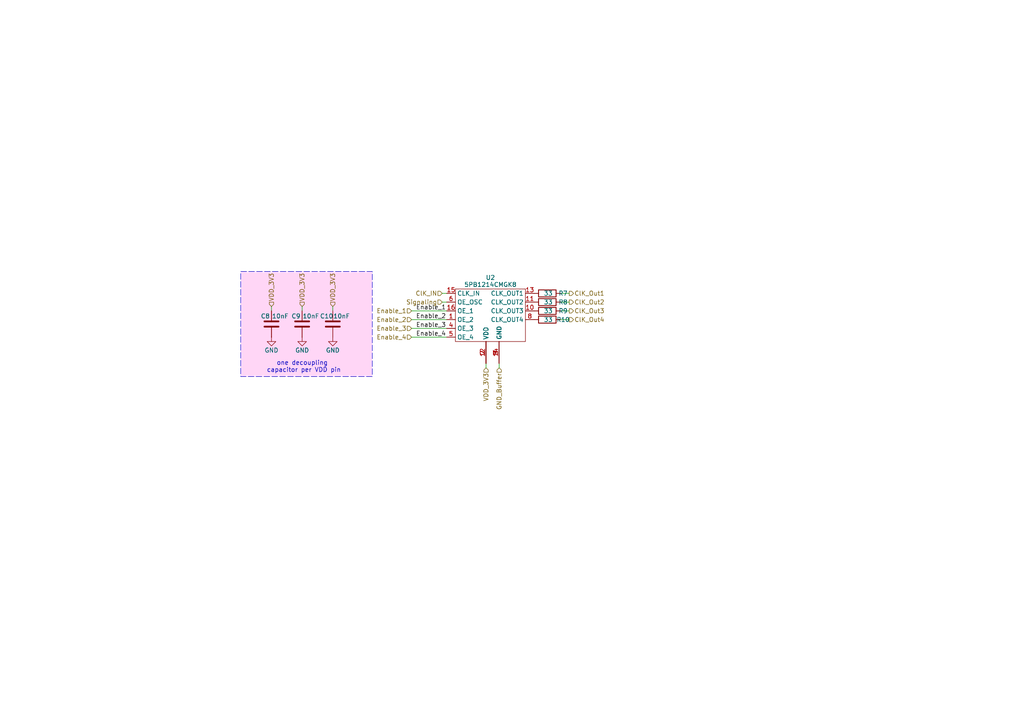
<source format=kicad_sch>
(kicad_sch (version 20250114) (generator "eeschema") (generator_version "9.0")
  (paper "A4")
  (title_block (title "16 Channels Clock Buffer") (date "2025-01-07") (rev "REV 0") (company "TU Darmstadt") (comment 1 "Author: Dr. Alexandru Enciu"))
  (lib_symbols
    (symbol "Custom_Symbols:5PB1214CMGK8"
      (property "Reference" "U" (at 0 0 0))
      (symbol "5PB1214CMGK8_0_1"
        (rectangle (start -10.16 -1.27) (end 10.16 -16.51))
      )
      (symbol "5PB1214CMGK8_1_1"
        (pin input line (at -12.7 -2.54 0) (length 2.54) (name "CLK_IN") (number "15"))
        (pin input line (at -12.7 -5.08 0) (length 2.54) (name "OE_OSC") (number "6"))
        (pin input line (at -12.7 -7.62 0) (length 2.54) (name "OE_1") (number "16"))
        (pin input line (at -12.7 -10.16 0) (length 2.54) (name "OE_2") (number "1"))
        (pin input line (at -12.7 -12.7 0) (length 2.54) (name "OE_3") (number "4"))
        (pin input line (at -12.7 -15.24 0) (length 2.54) (name "OE_4") (number "5"))
        (pin input line (at -1.27 -22.86 90) (length 6.35) (name "VDD") (number "12"))
        (pin input line (at -1.27 -22.86 90) (length 6.35) (name "VDD") (number "2"))
        (pin input line (at -1.27 -22.86 90) (length 6.35) (name "VDD") (number "7"))
        (pin input line (at 2.54 -22.86 90) (length 6.35) (name "GND") (number "14"))
        (pin input line (at 2.54 -22.86 90) (length 6.35) (name "GND") (number "3"))
        (pin input line (at 2.54 -22.86 90) (length 6.35) (name "GND") (number "9"))
        (pin input line (at 12.7 -2.54 180) (length 2.54) (name "CLK_OUT1") (number "13"))
        (pin input line (at 12.7 -5.08 180) (length 2.54) (name "CLK_OUT2") (number "11"))
        (pin input line (at 12.7 -7.62 180) (length 2.54) (name "CLK_OUT3") (number "10"))
        (pin input line (at 12.7 -10.16 180) (length 2.54) (name "CLK_OUT4") (number "8"))
      )
    )
    (symbol "Device:C" (pin_numbers (hide yes)) (pin_names (offset 0.254))
      (property "Reference" "C" (at 0.635 2.54 0))
      (property "Value" "C" (at 0.635 -2.54 0))
      (symbol "C_0_1"
        (polyline (pts (xy -2.032 0.762) (xy 2.032 0.762)) (stroke (width 0.508)))
        (polyline (pts (xy -2.032 -0.762) (xy 2.032 -0.762)) (stroke (width 0.508)))
      )
      (symbol "C_1_1"
        (pin passive line (at 0 3.81 270) (length 2.794) (name "~") (number "1"))
        (pin passive line (at 0 -3.81 90) (length 2.794) (name "~") (number "2"))
      )
    )
    (symbol "Device:R" (pin_numbers (hide yes)) (pin_names (offset 0))
      (property "Reference" "R" (at 2.032 0 90))
      (property "Value" "R" (at 0 0 90))
      (symbol "R_0_1"
        (rectangle (start -1.016 -2.54) (end 1.016 2.54) (stroke (width 0.254)))
      )
      (symbol "R_1_1"
        (pin passive line (at 0 3.81 270) (length 1.27) (name "~") (number "1"))
        (pin passive line (at 0 -3.81 90) (length 1.27) (name "~") (number "2"))
      )
    )
    (symbol "power:GND" (power) (pin_numbers (hide yes)) (pin_names (offset 0) (hide yes))
      (property "Value" "GND" (at 0 -3.81 0))
      (symbol "GND_0_1"
        (polyline (pts (xy 0 0) (xy 0 -1.27) (xy 1.27 -1.27) (xy 0 -2.54) (xy -1.27 -1.27) (xy 0 -1.27)))
      )
      (symbol "GND_1_1"
        (pin power_in line (at 0 0 270) (length 0) (name "~") (number "1"))
      )
    )
  )
  (rectangle (start 69.85 78.74) (end 107.95 109.22) (stroke (width 0) (type dash)) (fill (type color) (color 255 214 246 1)))
  (text "one decoupling \ncapacitor per VDD pin" (at 88.138 106.426 0) (effects (font (size 1.27 1.27))))
  (wire (pts (xy 140.97 106.68) (xy 140.97 105.41)))
  (wire (pts (xy 128.27 85.09) (xy 129.54 85.09)))
  (wire (pts (xy 119.38 90.17) (xy 129.54 90.17)))
  (wire (pts (xy 162.56 90.17) (xy 165.1 90.17)))
  (wire (pts (xy 119.38 92.71) (xy 129.54 92.71)))
  (wire (pts (xy 162.56 87.63) (xy 165.1 87.63)))
  (wire (pts (xy 128.27 87.63) (xy 129.54 87.63)))
  (wire (pts (xy 144.78 106.68) (xy 144.78 105.41)))
  (wire (pts (xy 119.38 97.79) (xy 129.54 97.79)))
  (wire (pts (xy 119.38 95.25) (xy 129.54 95.25)))
  (wire (pts (xy 87.63 88.9) (xy 87.63 90.17)))
  (wire (pts (xy 162.56 85.09) (xy 165.1 85.09)))
  (wire (pts (xy 96.52 88.9) (xy 96.52 90.17)))
  (wire (pts (xy 162.56 92.71) (xy 165.1 92.71)))
  (wire (pts (xy 78.74 88.9) (xy 78.74 90.17)))
  (label "Enable_4" (at 120.65 97.79 0))
  (label "Enable_1" (at 120.65 90.17 0))
  (label "Enable_3" (at 120.65 95.25 0))
  (label "Enable_2" (at 120.65 92.71 0))
  (hierarchical_label "Signaling" (shape input) (at 128.27 87.63 180))
  (hierarchical_label "Enable_3" (shape input) (at 119.38 95.25 180))
  (hierarchical_label "VDD_3V3" (shape input) (at 87.63 88.9 90))
  (hierarchical_label "Enable_2" (shape input) (at 119.38 92.71 180))
  (hierarchical_label "VDD_3V3" (shape input) (at 140.97 106.68 270))
  (hierarchical_label "ClK_Out2" (shape output) (at 165.1 87.63 0))
  (hierarchical_label "ClK_Out4" (shape output) (at 165.1 92.71 0))
  (hierarchical_label "Enable_4" (shape input) (at 119.38 97.79 180))
  (hierarchical_label "VDD_3V3" (shape input) (at 78.74 88.9 90))
  (hierarchical_label "GND_Buffer" (shape input) (at 144.78 106.68 270))
  (hierarchical_label "ClK_IN" (shape input) (at 128.27 85.09 180))
  (hierarchical_label "ClK_Out1" (shape output) (at 165.1 85.09 0))
  (hierarchical_label "Enable_1" (shape input) (at 119.38 90.17 180))
  (hierarchical_label "ClK_Out3" (shape output) (at 165.1 90.17 0))
  (hierarchical_label "VDD_3V3" (shape input) (at 96.52 88.9 90))
  (symbol (lib_id "Device:R") (at 158.75 85.09 90) (mirror x) (unit 1)
    (property "Reference" "R2" (at 163.322 85.09 90))
    (property "Value" "33" (at 159.004 85.09 90))
    (property "Footprint" "Resistor_SMD:R_0402_1005Metric" (effects (hide yes)))
    (property "Description" "Resistor" (effects (hide yes)))
    (instances (project "" (path "" (reference "R7") (unit 1)) (path "" (reference "R2") (unit 1)) (path "" (reference "R18") (unit 1)) (path "" (reference "R31") (unit 1)) (path "" (reference "R27") (unit 1)) (path "" (reference "R35") (unit 1)) (path "" (reference "R6") (unit 1)) (path "" (reference "R23") (unit 1)) (path "" (reference "R14") (unit 1)) (path "" (reference "R39") (unit 1))))
  )
  (symbol (lib_id "Device:R") (at 158.75 90.17 90) (mirror x) (unit 1)
    (property "Reference" "R4" (at 163.322 90.17 90))
    (property "Value" "33" (at 159.004 90.17 90))
    (property "Footprint" "Resistor_SMD:R_0402_1005Metric" (effects (hide yes)))
    (property "Description" "Resistor" (effects (hide yes)))
    (instances (project "" (path "" (reference "R9") (unit 1)) (path "" (reference "R4") (unit 1)) (path "" (reference "R20") (unit 1)) (path "" (reference "R33") (unit 1)) (path "" (reference "R29") (unit 1)) (path "" (reference "R37") (unit 1)) (path "" (reference "R12") (unit 1)) (path "" (reference "R25") (unit 1)) (path "" (reference "R16") (unit 1)) (path "" (reference "R41") (unit 1))))
  )
  (symbol (lib_id "power:GND") (at 78.74 97.79 0) (unit 1)
    (property "Reference" "#PWR06" (effects (hide yes)))
    (property "Value" "GND" (at 78.74 101.6 0))
    (property "Description" "Power symbol creates a global label with name \"GND\" , ground" (effects (hide yes)))
    (instances (project "" (path "" (reference "#PWR047") (unit 1)) (path "" (reference "#PWR06") (unit 1)) (path "" (reference "#PWR030") (unit 1)) (path "" (reference "#PWR061") (unit 1)) (path "" (reference "#PWR058") (unit 1)) (path "" (reference "#PWR064") (unit 1)) (path "" (reference "#PWR016") (unit 1)) (path "" (reference "#PWR055") (unit 1)) (path "" (reference "#PWR023") (unit 1)) (path "" (reference "#PWR067") (unit 1))))
  )
  (symbol (lib_id "Device:R") (at 158.75 87.63 90) (mirror x) (unit 1)
    (property "Reference" "R3" (at 163.322 87.63 90))
    (property "Value" "33" (at 159.004 87.63 90))
    (property "Footprint" "Resistor_SMD:R_0402_1005Metric" (effects (hide yes)))
    (property "Description" "Resistor" (effects (hide yes)))
    (instances (project "" (path "" (reference "R8") (unit 1)) (path "" (reference "R3") (unit 1)) (path "" (reference "R19") (unit 1)) (path "" (reference "R32") (unit 1)) (path "" (reference "R28") (unit 1)) (path "" (reference "R36") (unit 1)) (path "" (reference "R11") (unit 1)) (path "" (reference "R24") (unit 1)) (path "" (reference "R15") (unit 1)) (path "" (reference "R40") (unit 1))))
  )
  (symbol (lib_id "Device:C") (at 78.74 93.98 180) (unit 1)
    (property "Reference" "C1" (at 76.962 91.694 0))
    (property "Value" "10nF" (at 81.28 91.694 0))
    (property "Footprint" "Capacitor_SMD:C_0402_1005Metric" (effects (hide yes)))
    (property "Description" "Unpolarized capacitor" (effects (hide yes)))
    (instances (project "" (path "" (reference "C8") (unit 1)) (path "" (reference "C1") (unit 1)) (path "" (reference "C13") (unit 1)) (path "" (reference "C22") (unit 1)) (path "" (reference "C19") (unit 1)) (path "" (reference "C25") (unit 1)) (path "" (reference "C4") (unit 1)) (path "" (reference "C16") (unit 1)) (path "" (reference "C7") (unit 1)) (path "" (reference "C28") (unit 1))))
  )
  (symbol (lib_id "power:GND") (at 96.52 97.79 0) (unit 1)
    (property "Reference" "#PWR08" (effects (hide yes)))
    (property "Value" "GND" (at 96.52 101.6 0))
    (property "Description" "Power symbol creates a global label with name \"GND\" , ground" (effects (hide yes)))
    (instances (project "" (path "" (reference "#PWR049") (unit 1)) (path "" (reference "#PWR08") (unit 1)) (path "" (reference "#PWR032") (unit 1)) (path "" (reference "#PWR063") (unit 1)) (path "" (reference "#PWR060") (unit 1)) (path "" (reference "#PWR066") (unit 1)) (path "" (reference "#PWR018") (unit 1)) (path "" (reference "#PWR057") (unit 1)) (path "" (reference "#PWR025") (unit 1)) (path "" (reference "#PWR069") (unit 1))))
  )
  (symbol (lib_id "power:GND") (at 87.63 97.79 0) (unit 1)
    (property "Reference" "#PWR07" (effects (hide yes)))
    (property "Value" "GND" (at 87.63 101.6 0))
    (property "Description" "Power symbol creates a global label with name \"GND\" , ground" (effects (hide yes)))
    (instances (project "" (path "" (reference "#PWR048") (unit 1)) (path "" (reference "#PWR07") (unit 1)) (path "" (reference "#PWR031") (unit 1)) (path "" (reference "#PWR062") (unit 1)) (path "" (reference "#PWR059") (unit 1)) (path "" (reference "#PWR065") (unit 1)) (path "" (reference "#PWR017") (unit 1)) (path "" (reference "#PWR056") (unit 1)) (path "" (reference "#PWR024") (unit 1)) (path "" (reference "#PWR068") (unit 1))))
  )
  (symbol (lib_id "Custom_Symbols:5PB1214CMGK8") (at 142.24 82.55 0) (unit 1)
    (property "Reference" "U1" (at 142.24 80.518 0))
    (property "Value" "5PB1214CMGK8" (at 142.24 82.55 0))
    (property "Footprint" "0_lib:5PB1214CMGK8" (effects (hide yes)))
    (property "Description" "5PB1214CMGK8" (effects (hide yes)))
    (instances (project "" (path "" (reference "U2") (unit 1)) (path "" (reference "U1") (unit 1)) (path "" (reference "U5") (unit 1)) (path "" (reference "U8") (unit 1)) (path "" (reference "U7") (unit 1)) (path "" (reference "U9") (unit 1)) (path "" (reference "U3") (unit 1)) (path "" (reference "U6") (unit 1)) (path "" (reference "U4") (unit 1)) (path "" (reference "U10") (unit 1))))
  )
  (symbol (lib_id "Device:R") (at 158.75 92.71 90) (mirror x) (unit 1)
    (property "Reference" "R5" (at 163.322 92.71 90))
    (property "Value" "33" (at 159.004 92.71 90))
    (property "Footprint" "Resistor_SMD:R_0402_1005Metric" (effects (hide yes)))
    (property "Description" "Resistor" (effects (hide yes)))
    (instances (project "" (path "" (reference "R10") (unit 1)) (path "" (reference "R5") (unit 1)) (path "" (reference "R21") (unit 1)) (path "" (reference "R34") (unit 1)) (path "" (reference "R30") (unit 1)) (path "" (reference "R38") (unit 1)) (path "" (reference "R13") (unit 1)) (path "" (reference "R26") (unit 1)) (path "" (reference "R17") (unit 1)) (path "" (reference "R42") (unit 1))))
  )
  (symbol (lib_id "Device:C") (at 96.52 93.98 180) (unit 1)
    (property "Reference" "C3" (at 94.742 91.694 0))
    (property "Value" "10nF" (at 99.06 91.694 0))
    (property "Footprint" "Capacitor_SMD:C_0402_1005Metric" (effects (hide yes)))
    (property "Description" "Unpolarized capacitor" (effects (hide yes)))
    (instances (project "" (path "" (reference "C10") (unit 1)) (path "" (reference "C3") (unit 1)) (path "" (reference "C15") (unit 1)) (path "" (reference "C24") (unit 1)) (path "" (reference "C21") (unit 1)) (path "" (reference "C27") (unit 1)) (path "" (reference "C6") (unit 1)) (path "" (reference "C18") (unit 1)) (path "" (reference "C12") (unit 1)) (path "" (reference "C30") (unit 1))))
  )
  (symbol (lib_id "Device:C") (at 87.63 93.98 180) (unit 1)
    (property "Reference" "C2" (at 85.852 91.694 0))
    (property "Value" "10nF" (at 90.17 91.694 0))
    (property "Footprint" "Capacitor_SMD:C_0402_1005Metric" (effects (hide yes)))
    (property "Description" "Unpolarized capacitor" (effects (hide yes)))
    (instances (project "" (path "" (reference "C9") (unit 1)) (path "" (reference "C2") (unit 1)) (path "" (reference "C14") (unit 1)) (path "" (reference "C23") (unit 1)) (path "" (reference "C20") (unit 1)) (path "" (reference "C26") (unit 1)) (path "" (reference "C5") (unit 1)) (path "" (reference "C17") (unit 1)) (path "" (reference "C11") (unit 1)) (path "" (reference "C29") (unit 1))))
  )
)
</source>
